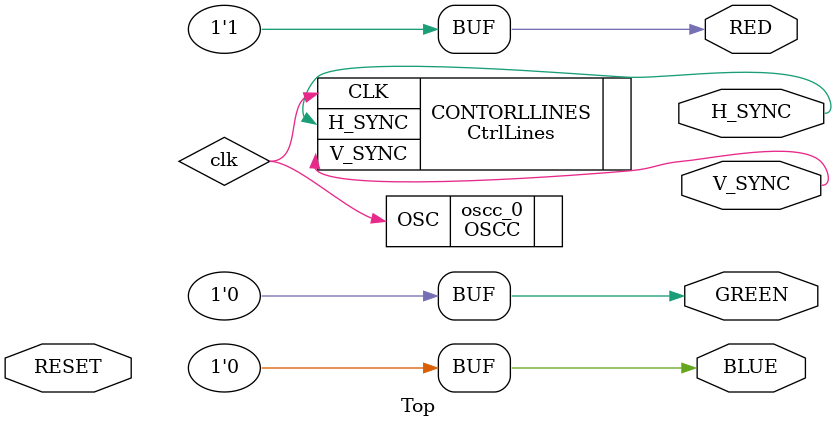
<source format=v>
/***********************************************************
 * @author		Jon Hourany
 * @date		3/09/13
 * @class		EECE 444
 *
 * @file		ctrl_lines.v
 * @proj		Video Card
 ************************************************************/
module Top(RESET, H_SYNC, V_SYNC, RED, BLUE, GREEN);
	input  wire RESET;
	output wire H_SYNC;
	output wire V_SYNC;
	output reg RED, BLUE, GREEN;
	
	`define COLOR_DEPTH 1
	
	OSCC oscc_0(.OSC(clk));
	
	CtrlLines CONTORLLINES(.CLK(clk), .H_SYNC(H_SYNC), .V_SYNC(V_SYNC));
	
	always begin
		RED		<= 1'b1;
		BLUE	<= 0;
		GREEN	<= 0;
	end
	
endmodule 
</source>
